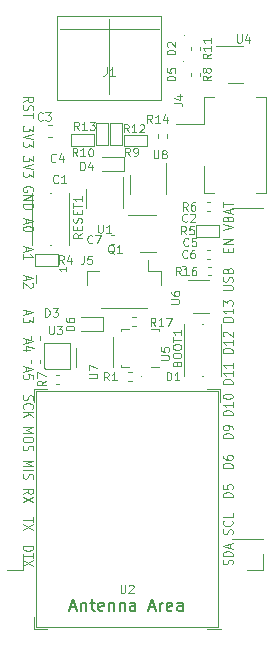
<source format=gbr>
%TF.GenerationSoftware,KiCad,Pcbnew,(6.0.4-0)*%
%TF.CreationDate,2022-09-22T13:53:57+02:00*%
%TF.ProjectId,ESP32_S2_MINI_1,45535033-325f-4533-925f-4d494e495f31,rev?*%
%TF.SameCoordinates,Original*%
%TF.FileFunction,Legend,Top*%
%TF.FilePolarity,Positive*%
%FSLAX46Y46*%
G04 Gerber Fmt 4.6, Leading zero omitted, Abs format (unit mm)*
G04 Created by KiCad (PCBNEW (6.0.4-0)) date 2022-09-22 13:53:57*
%MOMM*%
%LPD*%
G01*
G04 APERTURE LIST*
%ADD10C,0.100000*%
%ADD11C,0.150000*%
%ADD12C,0.020000*%
%ADD13C,0.120000*%
%ADD14C,0.050000*%
G04 APERTURE END LIST*
D10*
X184215476Y-63357857D02*
X184620238Y-63117857D01*
X184215476Y-62946428D02*
X185065476Y-62946428D01*
X185065476Y-63220714D01*
X185025000Y-63289285D01*
X184984523Y-63323571D01*
X184903571Y-63357857D01*
X184782142Y-63357857D01*
X184701190Y-63323571D01*
X184660714Y-63289285D01*
X184620238Y-63220714D01*
X184620238Y-62946428D01*
X184255952Y-63632142D02*
X184215476Y-63735000D01*
X184215476Y-63906428D01*
X184255952Y-63975000D01*
X184296428Y-64009285D01*
X184377380Y-64043571D01*
X184458333Y-64043571D01*
X184539285Y-64009285D01*
X184579761Y-63975000D01*
X184620238Y-63906428D01*
X184660714Y-63769285D01*
X184701190Y-63700714D01*
X184741666Y-63666428D01*
X184822619Y-63632142D01*
X184903571Y-63632142D01*
X184984523Y-63666428D01*
X185025000Y-63700714D01*
X185065476Y-63769285D01*
X185065476Y-63940714D01*
X185025000Y-64043571D01*
X185065476Y-64249285D02*
X185065476Y-64660714D01*
X184215476Y-64455000D02*
X185065476Y-64455000D01*
X185065476Y-65380714D02*
X185065476Y-65826428D01*
X184741666Y-65586428D01*
X184741666Y-65689285D01*
X184701190Y-65757857D01*
X184660714Y-65792142D01*
X184579761Y-65826428D01*
X184377380Y-65826428D01*
X184296428Y-65792142D01*
X184255952Y-65757857D01*
X184215476Y-65689285D01*
X184215476Y-65483571D01*
X184255952Y-65415000D01*
X184296428Y-65380714D01*
X185065476Y-66032142D02*
X184215476Y-66272142D01*
X185065476Y-66512142D01*
X185065476Y-66683571D02*
X185065476Y-67129285D01*
X184741666Y-66889285D01*
X184741666Y-66992142D01*
X184701190Y-67060714D01*
X184660714Y-67095000D01*
X184579761Y-67129285D01*
X184377380Y-67129285D01*
X184296428Y-67095000D01*
X184255952Y-67060714D01*
X184215476Y-66992142D01*
X184215476Y-66786428D01*
X184255952Y-66717857D01*
X184296428Y-66683571D01*
X185065476Y-67917857D02*
X185065476Y-68363571D01*
X184741666Y-68123571D01*
X184741666Y-68226428D01*
X184701190Y-68295000D01*
X184660714Y-68329285D01*
X184579761Y-68363571D01*
X184377380Y-68363571D01*
X184296428Y-68329285D01*
X184255952Y-68295000D01*
X184215476Y-68226428D01*
X184215476Y-68020714D01*
X184255952Y-67952142D01*
X184296428Y-67917857D01*
X185065476Y-68569285D02*
X184215476Y-68809285D01*
X185065476Y-69049285D01*
X185065476Y-69220714D02*
X185065476Y-69666428D01*
X184741666Y-69426428D01*
X184741666Y-69529285D01*
X184701190Y-69597857D01*
X184660714Y-69632142D01*
X184579761Y-69666428D01*
X184377380Y-69666428D01*
X184296428Y-69632142D01*
X184255952Y-69597857D01*
X184215476Y-69529285D01*
X184215476Y-69323571D01*
X184255952Y-69255000D01*
X184296428Y-69220714D01*
X185025000Y-70900714D02*
X185065476Y-70832142D01*
X185065476Y-70729285D01*
X185025000Y-70626428D01*
X184944047Y-70557857D01*
X184863095Y-70523571D01*
X184701190Y-70489285D01*
X184579761Y-70489285D01*
X184417857Y-70523571D01*
X184336904Y-70557857D01*
X184255952Y-70626428D01*
X184215476Y-70729285D01*
X184215476Y-70797857D01*
X184255952Y-70900714D01*
X184296428Y-70935000D01*
X184579761Y-70935000D01*
X184579761Y-70797857D01*
X184215476Y-71243571D02*
X185065476Y-71243571D01*
X184215476Y-71655000D01*
X185065476Y-71655000D01*
X184215476Y-71997857D02*
X185065476Y-71997857D01*
X185065476Y-72169285D01*
X185025000Y-72272142D01*
X184944047Y-72340714D01*
X184863095Y-72375000D01*
X184701190Y-72409285D01*
X184579761Y-72409285D01*
X184417857Y-72375000D01*
X184336904Y-72340714D01*
X184255952Y-72272142D01*
X184215476Y-72169285D01*
X184215476Y-71997857D01*
X184458333Y-73232142D02*
X184458333Y-73575000D01*
X184215476Y-73163571D02*
X185065476Y-73403571D01*
X184215476Y-73643571D01*
X185065476Y-74020714D02*
X185065476Y-74089285D01*
X185025000Y-74157857D01*
X184984523Y-74192142D01*
X184903571Y-74226428D01*
X184741666Y-74260714D01*
X184539285Y-74260714D01*
X184377380Y-74226428D01*
X184296428Y-74192142D01*
X184255952Y-74157857D01*
X184215476Y-74089285D01*
X184215476Y-74020714D01*
X184255952Y-73952142D01*
X184296428Y-73917857D01*
X184377380Y-73883571D01*
X184539285Y-73849285D01*
X184741666Y-73849285D01*
X184903571Y-73883571D01*
X184984523Y-73917857D01*
X185025000Y-73952142D01*
X185065476Y-74020714D01*
X184458333Y-75632142D02*
X184458333Y-75975000D01*
X184215476Y-75563571D02*
X185065476Y-75803571D01*
X184215476Y-76043571D01*
X184215476Y-76660714D02*
X184215476Y-76249285D01*
X184215476Y-76455000D02*
X185065476Y-76455000D01*
X184944047Y-76386428D01*
X184863095Y-76317857D01*
X184822619Y-76249285D01*
X184458333Y-78032142D02*
X184458333Y-78375000D01*
X184215476Y-77963571D02*
X185065476Y-78203571D01*
X184215476Y-78443571D01*
X184984523Y-78649285D02*
X185025000Y-78683571D01*
X185065476Y-78752142D01*
X185065476Y-78923571D01*
X185025000Y-78992142D01*
X184984523Y-79026428D01*
X184903571Y-79060714D01*
X184822619Y-79060714D01*
X184701190Y-79026428D01*
X184215476Y-78615000D01*
X184215476Y-79060714D01*
X184458333Y-80980714D02*
X184458333Y-81323571D01*
X184215476Y-80912142D02*
X185065476Y-81152142D01*
X184215476Y-81392142D01*
X185065476Y-81563571D02*
X185065476Y-82009285D01*
X184741666Y-81769285D01*
X184741666Y-81872142D01*
X184701190Y-81940714D01*
X184660714Y-81975000D01*
X184579761Y-82009285D01*
X184377380Y-82009285D01*
X184296428Y-81975000D01*
X184255952Y-81940714D01*
X184215476Y-81872142D01*
X184215476Y-81666428D01*
X184255952Y-81597857D01*
X184296428Y-81563571D01*
X184458333Y-83380714D02*
X184458333Y-83723571D01*
X184215476Y-83312142D02*
X185065476Y-83552142D01*
X184215476Y-83792142D01*
X184782142Y-84340714D02*
X184215476Y-84340714D01*
X185105952Y-84169285D02*
X184498809Y-83997857D01*
X184498809Y-84443571D01*
X184458333Y-85780714D02*
X184458333Y-86123571D01*
X184215476Y-85712142D02*
X185065476Y-85952142D01*
X184215476Y-86192142D01*
X185065476Y-86775000D02*
X185065476Y-86432142D01*
X184660714Y-86397857D01*
X184701190Y-86432142D01*
X184741666Y-86500714D01*
X184741666Y-86672142D01*
X184701190Y-86740714D01*
X184660714Y-86775000D01*
X184579761Y-86809285D01*
X184377380Y-86809285D01*
X184296428Y-86775000D01*
X184255952Y-86740714D01*
X184215476Y-86672142D01*
X184215476Y-86500714D01*
X184255952Y-86432142D01*
X184296428Y-86397857D01*
X184255952Y-88180714D02*
X184215476Y-88283571D01*
X184215476Y-88455000D01*
X184255952Y-88523571D01*
X184296428Y-88557857D01*
X184377380Y-88592142D01*
X184458333Y-88592142D01*
X184539285Y-88557857D01*
X184579761Y-88523571D01*
X184620238Y-88455000D01*
X184660714Y-88317857D01*
X184701190Y-88249285D01*
X184741666Y-88215000D01*
X184822619Y-88180714D01*
X184903571Y-88180714D01*
X184984523Y-88215000D01*
X185025000Y-88249285D01*
X185065476Y-88317857D01*
X185065476Y-88489285D01*
X185025000Y-88592142D01*
X184296428Y-89312142D02*
X184255952Y-89277857D01*
X184215476Y-89175000D01*
X184215476Y-89106428D01*
X184255952Y-89003571D01*
X184336904Y-88935000D01*
X184417857Y-88900714D01*
X184579761Y-88866428D01*
X184701190Y-88866428D01*
X184863095Y-88900714D01*
X184944047Y-88935000D01*
X185025000Y-89003571D01*
X185065476Y-89106428D01*
X185065476Y-89175000D01*
X185025000Y-89277857D01*
X184984523Y-89312142D01*
X184215476Y-89620714D02*
X185065476Y-89620714D01*
X184215476Y-90032142D02*
X184701190Y-89723571D01*
X185065476Y-90032142D02*
X184579761Y-89620714D01*
X184215476Y-90889285D02*
X185065476Y-90889285D01*
X184458333Y-91129285D01*
X185065476Y-91369285D01*
X184215476Y-91369285D01*
X185065476Y-91849285D02*
X185065476Y-91986428D01*
X185025000Y-92055000D01*
X184944047Y-92123571D01*
X184782142Y-92157857D01*
X184498809Y-92157857D01*
X184336904Y-92123571D01*
X184255952Y-92055000D01*
X184215476Y-91986428D01*
X184215476Y-91849285D01*
X184255952Y-91780714D01*
X184336904Y-91712142D01*
X184498809Y-91677857D01*
X184782142Y-91677857D01*
X184944047Y-91712142D01*
X185025000Y-91780714D01*
X185065476Y-91849285D01*
X184255952Y-92432142D02*
X184215476Y-92535000D01*
X184215476Y-92706428D01*
X184255952Y-92775000D01*
X184296428Y-92809285D01*
X184377380Y-92843571D01*
X184458333Y-92843571D01*
X184539285Y-92809285D01*
X184579761Y-92775000D01*
X184620238Y-92706428D01*
X184660714Y-92569285D01*
X184701190Y-92500714D01*
X184741666Y-92466428D01*
X184822619Y-92432142D01*
X184903571Y-92432142D01*
X184984523Y-92466428D01*
X185025000Y-92500714D01*
X185065476Y-92569285D01*
X185065476Y-92740714D01*
X185025000Y-92843571D01*
X184215476Y-93700714D02*
X185065476Y-93700714D01*
X184458333Y-93940714D01*
X185065476Y-94180714D01*
X184215476Y-94180714D01*
X184215476Y-94523571D02*
X185065476Y-94523571D01*
X184255952Y-94832142D02*
X184215476Y-94935000D01*
X184215476Y-95106428D01*
X184255952Y-95175000D01*
X184296428Y-95209285D01*
X184377380Y-95243571D01*
X184458333Y-95243571D01*
X184539285Y-95209285D01*
X184579761Y-95175000D01*
X184620238Y-95106428D01*
X184660714Y-94969285D01*
X184701190Y-94900714D01*
X184741666Y-94866428D01*
X184822619Y-94832142D01*
X184903571Y-94832142D01*
X184984523Y-94866428D01*
X185025000Y-94900714D01*
X185065476Y-94969285D01*
X185065476Y-95140714D01*
X185025000Y-95243571D01*
X184215476Y-96512142D02*
X184620238Y-96272142D01*
X184215476Y-96100714D02*
X185065476Y-96100714D01*
X185065476Y-96375000D01*
X185025000Y-96443571D01*
X184984523Y-96477857D01*
X184903571Y-96512142D01*
X184782142Y-96512142D01*
X184701190Y-96477857D01*
X184660714Y-96443571D01*
X184620238Y-96375000D01*
X184620238Y-96100714D01*
X185065476Y-96752142D02*
X184215476Y-97232142D01*
X185065476Y-97232142D02*
X184215476Y-96752142D01*
X185065476Y-98500714D02*
X185065476Y-98912142D01*
X184215476Y-98706428D02*
X185065476Y-98706428D01*
X185065476Y-99083571D02*
X184215476Y-99563571D01*
X185065476Y-99563571D02*
X184215476Y-99083571D01*
X184215476Y-100935000D02*
X185065476Y-100935000D01*
X185065476Y-101106428D01*
X185025000Y-101209285D01*
X184944047Y-101277857D01*
X184863095Y-101312142D01*
X184701190Y-101346428D01*
X184579761Y-101346428D01*
X184417857Y-101312142D01*
X184336904Y-101277857D01*
X184255952Y-101209285D01*
X184215476Y-101106428D01*
X184215476Y-100935000D01*
X185065476Y-101552142D02*
X185065476Y-101963571D01*
X184215476Y-101757857D02*
X185065476Y-101757857D01*
X185065476Y-102135000D02*
X184215476Y-102615000D01*
X185065476Y-102615000D02*
X184215476Y-102135000D01*
X201944047Y-102497857D02*
X201984523Y-102395000D01*
X201984523Y-102223571D01*
X201944047Y-102155000D01*
X201903571Y-102120714D01*
X201822619Y-102086428D01*
X201741666Y-102086428D01*
X201660714Y-102120714D01*
X201620238Y-102155000D01*
X201579761Y-102223571D01*
X201539285Y-102360714D01*
X201498809Y-102429285D01*
X201458333Y-102463571D01*
X201377380Y-102497857D01*
X201296428Y-102497857D01*
X201215476Y-102463571D01*
X201175000Y-102429285D01*
X201134523Y-102360714D01*
X201134523Y-102189285D01*
X201175000Y-102086428D01*
X201984523Y-101777857D02*
X201134523Y-101777857D01*
X201134523Y-101606428D01*
X201175000Y-101503571D01*
X201255952Y-101435000D01*
X201336904Y-101400714D01*
X201498809Y-101366428D01*
X201620238Y-101366428D01*
X201782142Y-101400714D01*
X201863095Y-101435000D01*
X201944047Y-101503571D01*
X201984523Y-101606428D01*
X201984523Y-101777857D01*
X201741666Y-101092142D02*
X201741666Y-100749285D01*
X201984523Y-101160714D02*
X201134523Y-100920714D01*
X201984523Y-100680714D01*
X201944047Y-99926428D02*
X201984523Y-99823571D01*
X201984523Y-99652142D01*
X201944047Y-99583571D01*
X201903571Y-99549285D01*
X201822619Y-99515000D01*
X201741666Y-99515000D01*
X201660714Y-99549285D01*
X201620238Y-99583571D01*
X201579761Y-99652142D01*
X201539285Y-99789285D01*
X201498809Y-99857857D01*
X201458333Y-99892142D01*
X201377380Y-99926428D01*
X201296428Y-99926428D01*
X201215476Y-99892142D01*
X201175000Y-99857857D01*
X201134523Y-99789285D01*
X201134523Y-99617857D01*
X201175000Y-99515000D01*
X201903571Y-98795000D02*
X201944047Y-98829285D01*
X201984523Y-98932142D01*
X201984523Y-99000714D01*
X201944047Y-99103571D01*
X201863095Y-99172142D01*
X201782142Y-99206428D01*
X201620238Y-99240714D01*
X201498809Y-99240714D01*
X201336904Y-99206428D01*
X201255952Y-99172142D01*
X201175000Y-99103571D01*
X201134523Y-99000714D01*
X201134523Y-98932142D01*
X201175000Y-98829285D01*
X201215476Y-98795000D01*
X201984523Y-98143571D02*
X201984523Y-98486428D01*
X201134523Y-98486428D01*
X201984523Y-96806428D02*
X201134523Y-96806428D01*
X201134523Y-96635000D01*
X201175000Y-96532142D01*
X201255952Y-96463571D01*
X201336904Y-96429285D01*
X201498809Y-96395000D01*
X201620238Y-96395000D01*
X201782142Y-96429285D01*
X201863095Y-96463571D01*
X201944047Y-96532142D01*
X201984523Y-96635000D01*
X201984523Y-96806428D01*
X201134523Y-95743571D02*
X201134523Y-96086428D01*
X201539285Y-96120714D01*
X201498809Y-96086428D01*
X201458333Y-96017857D01*
X201458333Y-95846428D01*
X201498809Y-95777857D01*
X201539285Y-95743571D01*
X201620238Y-95709285D01*
X201822619Y-95709285D01*
X201903571Y-95743571D01*
X201944047Y-95777857D01*
X201984523Y-95846428D01*
X201984523Y-96017857D01*
X201944047Y-96086428D01*
X201903571Y-96120714D01*
X201984523Y-94303571D02*
X201134523Y-94303571D01*
X201134523Y-94132142D01*
X201175000Y-94029285D01*
X201255952Y-93960714D01*
X201336904Y-93926428D01*
X201498809Y-93892142D01*
X201620238Y-93892142D01*
X201782142Y-93926428D01*
X201863095Y-93960714D01*
X201944047Y-94029285D01*
X201984523Y-94132142D01*
X201984523Y-94303571D01*
X201134523Y-93275000D02*
X201134523Y-93412142D01*
X201175000Y-93480714D01*
X201215476Y-93515000D01*
X201336904Y-93583571D01*
X201498809Y-93617857D01*
X201822619Y-93617857D01*
X201903571Y-93583571D01*
X201944047Y-93549285D01*
X201984523Y-93480714D01*
X201984523Y-93343571D01*
X201944047Y-93275000D01*
X201903571Y-93240714D01*
X201822619Y-93206428D01*
X201620238Y-93206428D01*
X201539285Y-93240714D01*
X201498809Y-93275000D01*
X201458333Y-93343571D01*
X201458333Y-93480714D01*
X201498809Y-93549285D01*
X201539285Y-93583571D01*
X201620238Y-93617857D01*
X201984523Y-91800714D02*
X201134523Y-91800714D01*
X201134523Y-91629285D01*
X201175000Y-91526428D01*
X201255952Y-91457857D01*
X201336904Y-91423571D01*
X201498809Y-91389285D01*
X201620238Y-91389285D01*
X201782142Y-91423571D01*
X201863095Y-91457857D01*
X201944047Y-91526428D01*
X201984523Y-91629285D01*
X201984523Y-91800714D01*
X201984523Y-91046428D02*
X201984523Y-90909285D01*
X201944047Y-90840714D01*
X201903571Y-90806428D01*
X201782142Y-90737857D01*
X201620238Y-90703571D01*
X201296428Y-90703571D01*
X201215476Y-90737857D01*
X201175000Y-90772142D01*
X201134523Y-90840714D01*
X201134523Y-90977857D01*
X201175000Y-91046428D01*
X201215476Y-91080714D01*
X201296428Y-91115000D01*
X201498809Y-91115000D01*
X201579761Y-91080714D01*
X201620238Y-91046428D01*
X201660714Y-90977857D01*
X201660714Y-90840714D01*
X201620238Y-90772142D01*
X201579761Y-90737857D01*
X201498809Y-90703571D01*
X201984523Y-89846428D02*
X201134523Y-89846428D01*
X201134523Y-89675000D01*
X201175000Y-89572142D01*
X201255952Y-89503571D01*
X201336904Y-89469285D01*
X201498809Y-89435000D01*
X201620238Y-89435000D01*
X201782142Y-89469285D01*
X201863095Y-89503571D01*
X201944047Y-89572142D01*
X201984523Y-89675000D01*
X201984523Y-89846428D01*
X201984523Y-88749285D02*
X201984523Y-89160714D01*
X201984523Y-88955000D02*
X201134523Y-88955000D01*
X201255952Y-89023571D01*
X201336904Y-89092142D01*
X201377380Y-89160714D01*
X201134523Y-88303571D02*
X201134523Y-88235000D01*
X201175000Y-88166428D01*
X201215476Y-88132142D01*
X201296428Y-88097857D01*
X201458333Y-88063571D01*
X201660714Y-88063571D01*
X201822619Y-88097857D01*
X201903571Y-88132142D01*
X201944047Y-88166428D01*
X201984523Y-88235000D01*
X201984523Y-88303571D01*
X201944047Y-88372142D01*
X201903571Y-88406428D01*
X201822619Y-88440714D01*
X201660714Y-88475000D01*
X201458333Y-88475000D01*
X201296428Y-88440714D01*
X201215476Y-88406428D01*
X201175000Y-88372142D01*
X201134523Y-88303571D01*
X201984523Y-87206428D02*
X201134523Y-87206428D01*
X201134523Y-87035000D01*
X201175000Y-86932142D01*
X201255952Y-86863571D01*
X201336904Y-86829285D01*
X201498809Y-86795000D01*
X201620238Y-86795000D01*
X201782142Y-86829285D01*
X201863095Y-86863571D01*
X201944047Y-86932142D01*
X201984523Y-87035000D01*
X201984523Y-87206428D01*
X201984523Y-86109285D02*
X201984523Y-86520714D01*
X201984523Y-86315000D02*
X201134523Y-86315000D01*
X201255952Y-86383571D01*
X201336904Y-86452142D01*
X201377380Y-86520714D01*
X201984523Y-85423571D02*
X201984523Y-85835000D01*
X201984523Y-85629285D02*
X201134523Y-85629285D01*
X201255952Y-85697857D01*
X201336904Y-85766428D01*
X201377380Y-85835000D01*
X201984523Y-84566428D02*
X201134523Y-84566428D01*
X201134523Y-84395000D01*
X201175000Y-84292142D01*
X201255952Y-84223571D01*
X201336904Y-84189285D01*
X201498809Y-84155000D01*
X201620238Y-84155000D01*
X201782142Y-84189285D01*
X201863095Y-84223571D01*
X201944047Y-84292142D01*
X201984523Y-84395000D01*
X201984523Y-84566428D01*
X201984523Y-83469285D02*
X201984523Y-83880714D01*
X201984523Y-83675000D02*
X201134523Y-83675000D01*
X201255952Y-83743571D01*
X201336904Y-83812142D01*
X201377380Y-83880714D01*
X201215476Y-83195000D02*
X201175000Y-83160714D01*
X201134523Y-83092142D01*
X201134523Y-82920714D01*
X201175000Y-82852142D01*
X201215476Y-82817857D01*
X201296428Y-82783571D01*
X201377380Y-82783571D01*
X201498809Y-82817857D01*
X201984523Y-83229285D01*
X201984523Y-82783571D01*
X201984523Y-81926428D02*
X201134523Y-81926428D01*
X201134523Y-81755000D01*
X201175000Y-81652142D01*
X201255952Y-81583571D01*
X201336904Y-81549285D01*
X201498809Y-81515000D01*
X201620238Y-81515000D01*
X201782142Y-81549285D01*
X201863095Y-81583571D01*
X201944047Y-81652142D01*
X201984523Y-81755000D01*
X201984523Y-81926428D01*
X201984523Y-80829285D02*
X201984523Y-81240714D01*
X201984523Y-81035000D02*
X201134523Y-81035000D01*
X201255952Y-81103571D01*
X201336904Y-81172142D01*
X201377380Y-81240714D01*
X201134523Y-80589285D02*
X201134523Y-80143571D01*
X201458333Y-80383571D01*
X201458333Y-80280714D01*
X201498809Y-80212142D01*
X201539285Y-80177857D01*
X201620238Y-80143571D01*
X201822619Y-80143571D01*
X201903571Y-80177857D01*
X201944047Y-80212142D01*
X201984523Y-80280714D01*
X201984523Y-80486428D01*
X201944047Y-80555000D01*
X201903571Y-80589285D01*
X201134523Y-79286428D02*
X201822619Y-79286428D01*
X201903571Y-79252142D01*
X201944047Y-79217857D01*
X201984523Y-79149285D01*
X201984523Y-79012142D01*
X201944047Y-78943571D01*
X201903571Y-78909285D01*
X201822619Y-78875000D01*
X201134523Y-78875000D01*
X201944047Y-78566428D02*
X201984523Y-78463571D01*
X201984523Y-78292142D01*
X201944047Y-78223571D01*
X201903571Y-78189285D01*
X201822619Y-78155000D01*
X201741666Y-78155000D01*
X201660714Y-78189285D01*
X201620238Y-78223571D01*
X201579761Y-78292142D01*
X201539285Y-78429285D01*
X201498809Y-78497857D01*
X201458333Y-78532142D01*
X201377380Y-78566428D01*
X201296428Y-78566428D01*
X201215476Y-78532142D01*
X201175000Y-78497857D01*
X201134523Y-78429285D01*
X201134523Y-78257857D01*
X201175000Y-78155000D01*
X201539285Y-77606428D02*
X201579761Y-77503571D01*
X201620238Y-77469285D01*
X201701190Y-77435000D01*
X201822619Y-77435000D01*
X201903571Y-77469285D01*
X201944047Y-77503571D01*
X201984523Y-77572142D01*
X201984523Y-77846428D01*
X201134523Y-77846428D01*
X201134523Y-77606428D01*
X201175000Y-77537857D01*
X201215476Y-77503571D01*
X201296428Y-77469285D01*
X201377380Y-77469285D01*
X201458333Y-77503571D01*
X201498809Y-77537857D01*
X201539285Y-77606428D01*
X201539285Y-77846428D01*
X201539285Y-76029285D02*
X201539285Y-75789285D01*
X201984523Y-75686428D02*
X201984523Y-76029285D01*
X201134523Y-76029285D01*
X201134523Y-75686428D01*
X201984523Y-75377857D02*
X201134523Y-75377857D01*
X201984523Y-74966428D01*
X201134523Y-74966428D01*
X201134523Y-74177857D02*
X201984523Y-73937857D01*
X201134523Y-73697857D01*
X201539285Y-73217857D02*
X201579761Y-73115000D01*
X201620238Y-73080714D01*
X201701190Y-73046428D01*
X201822619Y-73046428D01*
X201903571Y-73080714D01*
X201944047Y-73115000D01*
X201984523Y-73183571D01*
X201984523Y-73457857D01*
X201134523Y-73457857D01*
X201134523Y-73217857D01*
X201175000Y-73149285D01*
X201215476Y-73115000D01*
X201296428Y-73080714D01*
X201377380Y-73080714D01*
X201458333Y-73115000D01*
X201498809Y-73149285D01*
X201539285Y-73217857D01*
X201539285Y-73457857D01*
X201741666Y-72772142D02*
X201741666Y-72429285D01*
X201984523Y-72840714D02*
X201134523Y-72600714D01*
X201984523Y-72360714D01*
X201134523Y-72223571D02*
X201134523Y-71812142D01*
X201984523Y-72017857D02*
X201134523Y-72017857D01*
%TO.C,J1*%
X191286698Y-60411934D02*
X191286698Y-60911934D01*
X191253365Y-61011934D01*
X191186698Y-61078601D01*
X191086698Y-61111934D01*
X191020032Y-61111934D01*
X191986698Y-61111934D02*
X191586698Y-61111934D01*
X191786698Y-61111934D02*
X191786698Y-60411934D01*
X191720032Y-60511934D01*
X191653365Y-60578601D01*
X191586698Y-60611934D01*
%TO.C,D4*%
X189083333Y-69116666D02*
X189083333Y-68416666D01*
X189250000Y-68416666D01*
X189350000Y-68450000D01*
X189416666Y-68516666D01*
X189450000Y-68583333D01*
X189483333Y-68716666D01*
X189483333Y-68816666D01*
X189450000Y-68950000D01*
X189416666Y-69016666D01*
X189350000Y-69083333D01*
X189250000Y-69116666D01*
X189083333Y-69116666D01*
X190083333Y-68650000D02*
X190083333Y-69116666D01*
X189916666Y-68383333D02*
X189750000Y-68883333D01*
X190183333Y-68883333D01*
%TO.C,C5*%
X198228333Y-75490000D02*
X198195000Y-75523333D01*
X198095000Y-75556666D01*
X198028333Y-75556666D01*
X197928333Y-75523333D01*
X197861666Y-75456666D01*
X197828333Y-75390000D01*
X197795000Y-75256666D01*
X197795000Y-75156666D01*
X197828333Y-75023333D01*
X197861666Y-74956666D01*
X197928333Y-74890000D01*
X198028333Y-74856666D01*
X198095000Y-74856666D01*
X198195000Y-74890000D01*
X198228333Y-74923333D01*
X198861666Y-74856666D02*
X198528333Y-74856666D01*
X198495000Y-75190000D01*
X198528333Y-75156666D01*
X198595000Y-75123333D01*
X198761666Y-75123333D01*
X198828333Y-75156666D01*
X198861666Y-75190000D01*
X198895000Y-75256666D01*
X198895000Y-75423333D01*
X198861666Y-75490000D01*
X198828333Y-75523333D01*
X198761666Y-75556666D01*
X198595000Y-75556666D01*
X198528333Y-75523333D01*
X198495000Y-75490000D01*
%TO.C,U2*%
X192473719Y-104216666D02*
X192473719Y-104783333D01*
X192507053Y-104850000D01*
X192540386Y-104883333D01*
X192607053Y-104916666D01*
X192740386Y-104916666D01*
X192807053Y-104883333D01*
X192840386Y-104850000D01*
X192873719Y-104783333D01*
X192873719Y-104216666D01*
X193173719Y-104283333D02*
X193207053Y-104250000D01*
X193273719Y-104216666D01*
X193440386Y-104216666D01*
X193507053Y-104250000D01*
X193540386Y-104283333D01*
X193573719Y-104350000D01*
X193573719Y-104416666D01*
X193540386Y-104516666D01*
X193140386Y-104916666D01*
X193573719Y-104916666D01*
D11*
X188245148Y-106121123D02*
X188721338Y-106121123D01*
X188149910Y-106406837D02*
X188483243Y-105406837D01*
X188816576Y-106406837D01*
X189149910Y-105740171D02*
X189149910Y-106406837D01*
X189149910Y-105835409D02*
X189197529Y-105787790D01*
X189292767Y-105740171D01*
X189435624Y-105740171D01*
X189530862Y-105787790D01*
X189578481Y-105883028D01*
X189578481Y-106406837D01*
X189911814Y-105740171D02*
X190292767Y-105740171D01*
X190054672Y-105406837D02*
X190054672Y-106263980D01*
X190102291Y-106359218D01*
X190197529Y-106406837D01*
X190292767Y-106406837D01*
X191007053Y-106359218D02*
X190911814Y-106406837D01*
X190721338Y-106406837D01*
X190626100Y-106359218D01*
X190578481Y-106263980D01*
X190578481Y-105883028D01*
X190626100Y-105787790D01*
X190721338Y-105740171D01*
X190911814Y-105740171D01*
X191007053Y-105787790D01*
X191054672Y-105883028D01*
X191054672Y-105978266D01*
X190578481Y-106073504D01*
X191483243Y-105740171D02*
X191483243Y-106406837D01*
X191483243Y-105835409D02*
X191530862Y-105787790D01*
X191626100Y-105740171D01*
X191768957Y-105740171D01*
X191864195Y-105787790D01*
X191911814Y-105883028D01*
X191911814Y-106406837D01*
X192388005Y-105740171D02*
X192388005Y-106406837D01*
X192388005Y-105835409D02*
X192435624Y-105787790D01*
X192530862Y-105740171D01*
X192673719Y-105740171D01*
X192768957Y-105787790D01*
X192816576Y-105883028D01*
X192816576Y-106406837D01*
X193721338Y-106406837D02*
X193721338Y-105883028D01*
X193673719Y-105787790D01*
X193578481Y-105740171D01*
X193388005Y-105740171D01*
X193292767Y-105787790D01*
X193721338Y-106359218D02*
X193626100Y-106406837D01*
X193388005Y-106406837D01*
X193292767Y-106359218D01*
X193245148Y-106263980D01*
X193245148Y-106168742D01*
X193292767Y-106073504D01*
X193388005Y-106025885D01*
X193626100Y-106025885D01*
X193721338Y-105978266D01*
X194911814Y-106121123D02*
X195388005Y-106121123D01*
X194816576Y-106406837D02*
X195149910Y-105406837D01*
X195483243Y-106406837D01*
X195816576Y-106406837D02*
X195816576Y-105740171D01*
X195816576Y-105930647D02*
X195864195Y-105835409D01*
X195911814Y-105787790D01*
X196007053Y-105740171D01*
X196102291Y-105740171D01*
X196816576Y-106359218D02*
X196721338Y-106406837D01*
X196530862Y-106406837D01*
X196435624Y-106359218D01*
X196388005Y-106263980D01*
X196388005Y-105883028D01*
X196435624Y-105787790D01*
X196530862Y-105740171D01*
X196721338Y-105740171D01*
X196816576Y-105787790D01*
X196864195Y-105883028D01*
X196864195Y-105978266D01*
X196388005Y-106073504D01*
X197721338Y-106406837D02*
X197721338Y-105883028D01*
X197673719Y-105787790D01*
X197578481Y-105740171D01*
X197388005Y-105740171D01*
X197292767Y-105787790D01*
X197721338Y-106359218D02*
X197626100Y-106406837D01*
X197388005Y-106406837D01*
X197292767Y-106359218D01*
X197245148Y-106263980D01*
X197245148Y-106168742D01*
X197292767Y-106073504D01*
X197388005Y-106025885D01*
X197626100Y-106025885D01*
X197721338Y-105978266D01*
D10*
%TO.C,C2*%
X198113333Y-73420000D02*
X198080000Y-73453333D01*
X197980000Y-73486666D01*
X197913333Y-73486666D01*
X197813333Y-73453333D01*
X197746666Y-73386666D01*
X197713333Y-73320000D01*
X197680000Y-73186666D01*
X197680000Y-73086666D01*
X197713333Y-72953333D01*
X197746666Y-72886666D01*
X197813333Y-72820000D01*
X197913333Y-72786666D01*
X197980000Y-72786666D01*
X198080000Y-72820000D01*
X198113333Y-72853333D01*
X198380000Y-72853333D02*
X198413333Y-72820000D01*
X198480000Y-72786666D01*
X198646666Y-72786666D01*
X198713333Y-72820000D01*
X198746666Y-72853333D01*
X198780000Y-72920000D01*
X198780000Y-72986666D01*
X198746666Y-73086666D01*
X198346666Y-73486666D01*
X198780000Y-73486666D01*
%TO.C,C7*%
X190083333Y-75250000D02*
X190050000Y-75283333D01*
X189950000Y-75316666D01*
X189883333Y-75316666D01*
X189783333Y-75283333D01*
X189716666Y-75216666D01*
X189683333Y-75150000D01*
X189650000Y-75016666D01*
X189650000Y-74916666D01*
X189683333Y-74783333D01*
X189716666Y-74716666D01*
X189783333Y-74650000D01*
X189883333Y-74616666D01*
X189950000Y-74616666D01*
X190050000Y-74650000D01*
X190083333Y-74683333D01*
X190316666Y-74616666D02*
X190783333Y-74616666D01*
X190483333Y-75316666D01*
%TO.C,R11*%
X200116666Y-59250000D02*
X199783333Y-59483333D01*
X200116666Y-59650000D02*
X199416666Y-59650000D01*
X199416666Y-59383333D01*
X199450000Y-59316666D01*
X199483333Y-59283333D01*
X199550000Y-59250000D01*
X199650000Y-59250000D01*
X199716666Y-59283333D01*
X199750000Y-59316666D01*
X199783333Y-59383333D01*
X199783333Y-59650000D01*
X200116666Y-58583333D02*
X200116666Y-58983333D01*
X200116666Y-58783333D02*
X199416666Y-58783333D01*
X199516666Y-58850000D01*
X199583333Y-58916666D01*
X199616666Y-58983333D01*
X200116666Y-57916666D02*
X200116666Y-58316666D01*
X200116666Y-58116666D02*
X199416666Y-58116666D01*
X199516666Y-58183333D01*
X199583333Y-58250000D01*
X199616666Y-58316666D01*
%TO.C,R13*%
X188950000Y-65716666D02*
X188716666Y-65383333D01*
X188550000Y-65716666D02*
X188550000Y-65016666D01*
X188816666Y-65016666D01*
X188883333Y-65050000D01*
X188916666Y-65083333D01*
X188950000Y-65150000D01*
X188950000Y-65250000D01*
X188916666Y-65316666D01*
X188883333Y-65350000D01*
X188816666Y-65383333D01*
X188550000Y-65383333D01*
X189616666Y-65716666D02*
X189216666Y-65716666D01*
X189416666Y-65716666D02*
X189416666Y-65016666D01*
X189350000Y-65116666D01*
X189283333Y-65183333D01*
X189216666Y-65216666D01*
X189850000Y-65016666D02*
X190283333Y-65016666D01*
X190050000Y-65283333D01*
X190150000Y-65283333D01*
X190216666Y-65316666D01*
X190250000Y-65350000D01*
X190283333Y-65416666D01*
X190283333Y-65583333D01*
X190250000Y-65650000D01*
X190216666Y-65683333D01*
X190150000Y-65716666D01*
X189950000Y-65716666D01*
X189883333Y-65683333D01*
X189850000Y-65650000D01*
%TO.C,U7*%
X189816666Y-86733333D02*
X190383333Y-86733333D01*
X190450000Y-86700000D01*
X190483333Y-86666666D01*
X190516666Y-86600000D01*
X190516666Y-86466666D01*
X190483333Y-86400000D01*
X190450000Y-86366666D01*
X190383333Y-86333333D01*
X189816666Y-86333333D01*
X189816666Y-86066666D02*
X189816666Y-85600000D01*
X190516666Y-85900000D01*
%TO.C,R7*%
X186136666Y-86926666D02*
X185803333Y-87160000D01*
X186136666Y-87326666D02*
X185436666Y-87326666D01*
X185436666Y-87060000D01*
X185470000Y-86993333D01*
X185503333Y-86960000D01*
X185570000Y-86926666D01*
X185670000Y-86926666D01*
X185736666Y-86960000D01*
X185770000Y-86993333D01*
X185803333Y-87060000D01*
X185803333Y-87326666D01*
X185436666Y-86693333D02*
X185436666Y-86226666D01*
X186136666Y-86526666D01*
%TO.C,U5*%
X195896666Y-85193333D02*
X196463333Y-85193333D01*
X196530000Y-85160000D01*
X196563333Y-85126666D01*
X196596666Y-85060000D01*
X196596666Y-84926666D01*
X196563333Y-84860000D01*
X196530000Y-84826666D01*
X196463333Y-84793333D01*
X195896666Y-84793333D01*
X195896666Y-84126666D02*
X195896666Y-84460000D01*
X196230000Y-84493333D01*
X196196666Y-84460000D01*
X196163333Y-84393333D01*
X196163333Y-84226666D01*
X196196666Y-84160000D01*
X196230000Y-84126666D01*
X196296666Y-84093333D01*
X196463333Y-84093333D01*
X196530000Y-84126666D01*
X196563333Y-84160000D01*
X196596666Y-84226666D01*
X196596666Y-84393333D01*
X196563333Y-84460000D01*
X196530000Y-84493333D01*
%TO.C,R6*%
X198153333Y-72536666D02*
X197920000Y-72203333D01*
X197753333Y-72536666D02*
X197753333Y-71836666D01*
X198020000Y-71836666D01*
X198086666Y-71870000D01*
X198120000Y-71903333D01*
X198153333Y-71970000D01*
X198153333Y-72070000D01*
X198120000Y-72136666D01*
X198086666Y-72170000D01*
X198020000Y-72203333D01*
X197753333Y-72203333D01*
X198753333Y-71836666D02*
X198620000Y-71836666D01*
X198553333Y-71870000D01*
X198520000Y-71903333D01*
X198453333Y-72003333D01*
X198420000Y-72136666D01*
X198420000Y-72403333D01*
X198453333Y-72470000D01*
X198486666Y-72503333D01*
X198553333Y-72536666D01*
X198686666Y-72536666D01*
X198753333Y-72503333D01*
X198786666Y-72470000D01*
X198820000Y-72403333D01*
X198820000Y-72236666D01*
X198786666Y-72170000D01*
X198753333Y-72136666D01*
X198686666Y-72103333D01*
X198553333Y-72103333D01*
X198486666Y-72136666D01*
X198453333Y-72170000D01*
X198420000Y-72236666D01*
%TO.C,R14*%
X195150000Y-65116666D02*
X194916666Y-64783333D01*
X194750000Y-65116666D02*
X194750000Y-64416666D01*
X195016666Y-64416666D01*
X195083333Y-64450000D01*
X195116666Y-64483333D01*
X195150000Y-64550000D01*
X195150000Y-64650000D01*
X195116666Y-64716666D01*
X195083333Y-64750000D01*
X195016666Y-64783333D01*
X194750000Y-64783333D01*
X195816666Y-65116666D02*
X195416666Y-65116666D01*
X195616666Y-65116666D02*
X195616666Y-64416666D01*
X195550000Y-64516666D01*
X195483333Y-64583333D01*
X195416666Y-64616666D01*
X196416666Y-64650000D02*
X196416666Y-65116666D01*
X196250000Y-64383333D02*
X196083333Y-64883333D01*
X196516666Y-64883333D01*
%TO.C,U3*%
X186410666Y-82293666D02*
X186410666Y-82860333D01*
X186444000Y-82927000D01*
X186477333Y-82960333D01*
X186544000Y-82993666D01*
X186677333Y-82993666D01*
X186744000Y-82960333D01*
X186777333Y-82927000D01*
X186810666Y-82860333D01*
X186810666Y-82293666D01*
X187077333Y-82293666D02*
X187510666Y-82293666D01*
X187277333Y-82560333D01*
X187377333Y-82560333D01*
X187444000Y-82593666D01*
X187477333Y-82627000D01*
X187510666Y-82693666D01*
X187510666Y-82860333D01*
X187477333Y-82927000D01*
X187444000Y-82960333D01*
X187377333Y-82993666D01*
X187177333Y-82993666D01*
X187110666Y-82960333D01*
X187077333Y-82927000D01*
%TO.C,U6*%
X196766666Y-80433333D02*
X197333333Y-80433333D01*
X197400000Y-80400000D01*
X197433333Y-80366666D01*
X197466666Y-80300000D01*
X197466666Y-80166666D01*
X197433333Y-80100000D01*
X197400000Y-80066666D01*
X197333333Y-80033333D01*
X196766666Y-80033333D01*
X196766666Y-79400000D02*
X196766666Y-79533333D01*
X196800000Y-79600000D01*
X196833333Y-79633333D01*
X196933333Y-79700000D01*
X197066666Y-79733333D01*
X197333333Y-79733333D01*
X197400000Y-79700000D01*
X197433333Y-79666666D01*
X197466666Y-79600000D01*
X197466666Y-79466666D01*
X197433333Y-79400000D01*
X197400000Y-79366666D01*
X197333333Y-79333333D01*
X197166666Y-79333333D01*
X197100000Y-79366666D01*
X197066666Y-79400000D01*
X197033333Y-79466666D01*
X197033333Y-79600000D01*
X197066666Y-79666666D01*
X197100000Y-79700000D01*
X197166666Y-79733333D01*
%TO.C,Q1*%
X191933333Y-76183333D02*
X191866666Y-76150000D01*
X191800000Y-76083333D01*
X191700000Y-75983333D01*
X191633333Y-75950000D01*
X191566666Y-75950000D01*
X191600000Y-76116666D02*
X191533333Y-76083333D01*
X191466666Y-76016666D01*
X191433333Y-75883333D01*
X191433333Y-75650000D01*
X191466666Y-75516666D01*
X191533333Y-75450000D01*
X191600000Y-75416666D01*
X191733333Y-75416666D01*
X191800000Y-75450000D01*
X191866666Y-75516666D01*
X191900000Y-75650000D01*
X191900000Y-75883333D01*
X191866666Y-76016666D01*
X191800000Y-76083333D01*
X191733333Y-76116666D01*
X191600000Y-76116666D01*
X192566666Y-76116666D02*
X192166666Y-76116666D01*
X192366666Y-76116666D02*
X192366666Y-75416666D01*
X192300000Y-75516666D01*
X192233333Y-75583333D01*
X192166666Y-75616666D01*
%TO.C,D3*%
X186083333Y-81516666D02*
X186083333Y-80816666D01*
X186250000Y-80816666D01*
X186350000Y-80850000D01*
X186416666Y-80916666D01*
X186450000Y-80983333D01*
X186483333Y-81116666D01*
X186483333Y-81216666D01*
X186450000Y-81350000D01*
X186416666Y-81416666D01*
X186350000Y-81483333D01*
X186250000Y-81516666D01*
X186083333Y-81516666D01*
X186716666Y-80816666D02*
X187150000Y-80816666D01*
X186916666Y-81083333D01*
X187016666Y-81083333D01*
X187083333Y-81116666D01*
X187116666Y-81150000D01*
X187150000Y-81216666D01*
X187150000Y-81383333D01*
X187116666Y-81450000D01*
X187083333Y-81483333D01*
X187016666Y-81516666D01*
X186816666Y-81516666D01*
X186750000Y-81483333D01*
X186716666Y-81450000D01*
X187871428Y-77328571D02*
X187871428Y-77671428D01*
X187871428Y-77500000D02*
X187271428Y-77500000D01*
X187357142Y-77557142D01*
X187414285Y-77614285D01*
X187442857Y-77671428D01*
%TO.C,R9*%
X193283333Y-67916666D02*
X193050000Y-67583333D01*
X192883333Y-67916666D02*
X192883333Y-67216666D01*
X193150000Y-67216666D01*
X193216666Y-67250000D01*
X193250000Y-67283333D01*
X193283333Y-67350000D01*
X193283333Y-67450000D01*
X193250000Y-67516666D01*
X193216666Y-67550000D01*
X193150000Y-67583333D01*
X192883333Y-67583333D01*
X193616666Y-67916666D02*
X193750000Y-67916666D01*
X193816666Y-67883333D01*
X193850000Y-67850000D01*
X193916666Y-67750000D01*
X193950000Y-67616666D01*
X193950000Y-67350000D01*
X193916666Y-67283333D01*
X193883333Y-67250000D01*
X193816666Y-67216666D01*
X193683333Y-67216666D01*
X193616666Y-67250000D01*
X193583333Y-67283333D01*
X193550000Y-67350000D01*
X193550000Y-67516666D01*
X193583333Y-67583333D01*
X193616666Y-67616666D01*
X193683333Y-67650000D01*
X193816666Y-67650000D01*
X193883333Y-67616666D01*
X193916666Y-67583333D01*
X193950000Y-67516666D01*
%TO.C,C3*%
X185883333Y-64850000D02*
X185850000Y-64883333D01*
X185750000Y-64916666D01*
X185683333Y-64916666D01*
X185583333Y-64883333D01*
X185516666Y-64816666D01*
X185483333Y-64750000D01*
X185450000Y-64616666D01*
X185450000Y-64516666D01*
X185483333Y-64383333D01*
X185516666Y-64316666D01*
X185583333Y-64250000D01*
X185683333Y-64216666D01*
X185750000Y-64216666D01*
X185850000Y-64250000D01*
X185883333Y-64283333D01*
X186116666Y-64216666D02*
X186550000Y-64216666D01*
X186316666Y-64483333D01*
X186416666Y-64483333D01*
X186483333Y-64516666D01*
X186516666Y-64550000D01*
X186550000Y-64616666D01*
X186550000Y-64783333D01*
X186516666Y-64850000D01*
X186483333Y-64883333D01*
X186416666Y-64916666D01*
X186216666Y-64916666D01*
X186150000Y-64883333D01*
X186116666Y-64850000D01*
%TO.C,R1*%
X191483333Y-86916666D02*
X191250000Y-86583333D01*
X191083333Y-86916666D02*
X191083333Y-86216666D01*
X191350000Y-86216666D01*
X191416666Y-86250000D01*
X191450000Y-86283333D01*
X191483333Y-86350000D01*
X191483333Y-86450000D01*
X191450000Y-86516666D01*
X191416666Y-86550000D01*
X191350000Y-86583333D01*
X191083333Y-86583333D01*
X192150000Y-86916666D02*
X191750000Y-86916666D01*
X191950000Y-86916666D02*
X191950000Y-86216666D01*
X191883333Y-86316666D01*
X191816666Y-86383333D01*
X191750000Y-86416666D01*
%TO.C,R12*%
X193150000Y-65916666D02*
X192916666Y-65583333D01*
X192750000Y-65916666D02*
X192750000Y-65216666D01*
X193016666Y-65216666D01*
X193083333Y-65250000D01*
X193116666Y-65283333D01*
X193150000Y-65350000D01*
X193150000Y-65450000D01*
X193116666Y-65516666D01*
X193083333Y-65550000D01*
X193016666Y-65583333D01*
X192750000Y-65583333D01*
X193816666Y-65916666D02*
X193416666Y-65916666D01*
X193616666Y-65916666D02*
X193616666Y-65216666D01*
X193550000Y-65316666D01*
X193483333Y-65383333D01*
X193416666Y-65416666D01*
X194083333Y-65283333D02*
X194116666Y-65250000D01*
X194183333Y-65216666D01*
X194350000Y-65216666D01*
X194416666Y-65250000D01*
X194450000Y-65283333D01*
X194483333Y-65350000D01*
X194483333Y-65416666D01*
X194450000Y-65516666D01*
X194050000Y-65916666D01*
X194483333Y-65916666D01*
%TO.C,R4*%
X187683333Y-77016666D02*
X187450000Y-76683333D01*
X187283333Y-77016666D02*
X187283333Y-76316666D01*
X187550000Y-76316666D01*
X187616666Y-76350000D01*
X187650000Y-76383333D01*
X187683333Y-76450000D01*
X187683333Y-76550000D01*
X187650000Y-76616666D01*
X187616666Y-76650000D01*
X187550000Y-76683333D01*
X187283333Y-76683333D01*
X188283333Y-76550000D02*
X188283333Y-77016666D01*
X188116666Y-76283333D02*
X187950000Y-76783333D01*
X188383333Y-76783333D01*
%TO.C,R16*%
X197570000Y-78016666D02*
X197336666Y-77683333D01*
X197170000Y-78016666D02*
X197170000Y-77316666D01*
X197436666Y-77316666D01*
X197503333Y-77350000D01*
X197536666Y-77383333D01*
X197570000Y-77450000D01*
X197570000Y-77550000D01*
X197536666Y-77616666D01*
X197503333Y-77650000D01*
X197436666Y-77683333D01*
X197170000Y-77683333D01*
X198236666Y-78016666D02*
X197836666Y-78016666D01*
X198036666Y-78016666D02*
X198036666Y-77316666D01*
X197970000Y-77416666D01*
X197903333Y-77483333D01*
X197836666Y-77516666D01*
X198836666Y-77316666D02*
X198703333Y-77316666D01*
X198636666Y-77350000D01*
X198603333Y-77383333D01*
X198536666Y-77483333D01*
X198503333Y-77616666D01*
X198503333Y-77883333D01*
X198536666Y-77950000D01*
X198570000Y-77983333D01*
X198636666Y-78016666D01*
X198770000Y-78016666D01*
X198836666Y-77983333D01*
X198870000Y-77950000D01*
X198903333Y-77883333D01*
X198903333Y-77716666D01*
X198870000Y-77650000D01*
X198836666Y-77616666D01*
X198770000Y-77583333D01*
X198636666Y-77583333D01*
X198570000Y-77616666D01*
X198536666Y-77650000D01*
X198503333Y-77716666D01*
%TO.C,J5*%
X189366666Y-76366666D02*
X189366666Y-76866666D01*
X189333333Y-76966666D01*
X189266666Y-77033333D01*
X189166666Y-77066666D01*
X189100000Y-77066666D01*
X190033333Y-76366666D02*
X189700000Y-76366666D01*
X189666666Y-76700000D01*
X189700000Y-76666666D01*
X189766666Y-76633333D01*
X189933333Y-76633333D01*
X190000000Y-76666666D01*
X190033333Y-76700000D01*
X190066666Y-76766666D01*
X190066666Y-76933333D01*
X190033333Y-77000000D01*
X190000000Y-77033333D01*
X189933333Y-77066666D01*
X189766666Y-77066666D01*
X189700000Y-77033333D01*
X189666666Y-77000000D01*
%TO.C,D1*%
X196383333Y-86916666D02*
X196383333Y-86216666D01*
X196550000Y-86216666D01*
X196650000Y-86250000D01*
X196716666Y-86316666D01*
X196750000Y-86383333D01*
X196783333Y-86516666D01*
X196783333Y-86616666D01*
X196750000Y-86750000D01*
X196716666Y-86816666D01*
X196650000Y-86883333D01*
X196550000Y-86916666D01*
X196383333Y-86916666D01*
X197450000Y-86916666D02*
X197050000Y-86916666D01*
X197250000Y-86916666D02*
X197250000Y-86216666D01*
X197183333Y-86316666D01*
X197116666Y-86383333D01*
X197050000Y-86416666D01*
%TO.C,D2*%
X197116666Y-59316666D02*
X196416666Y-59316666D01*
X196416666Y-59150000D01*
X196450000Y-59050000D01*
X196516666Y-58983333D01*
X196583333Y-58950000D01*
X196716666Y-58916666D01*
X196816666Y-58916666D01*
X196950000Y-58950000D01*
X197016666Y-58983333D01*
X197083333Y-59050000D01*
X197116666Y-59150000D01*
X197116666Y-59316666D01*
X196483333Y-58650000D02*
X196450000Y-58616666D01*
X196416666Y-58550000D01*
X196416666Y-58383333D01*
X196450000Y-58316666D01*
X196483333Y-58283333D01*
X196550000Y-58250000D01*
X196616666Y-58250000D01*
X196716666Y-58283333D01*
X197116666Y-58683333D01*
X197116666Y-58250000D01*
%TO.C,RESET1*%
X189171787Y-74449503D02*
X188838454Y-74682836D01*
X189171787Y-74849503D02*
X188471787Y-74849503D01*
X188471787Y-74582836D01*
X188505121Y-74516169D01*
X188538454Y-74482836D01*
X188605121Y-74449503D01*
X188705121Y-74449503D01*
X188771787Y-74482836D01*
X188805121Y-74516169D01*
X188838454Y-74582836D01*
X188838454Y-74849503D01*
X188805121Y-74149503D02*
X188805121Y-73916169D01*
X189171787Y-73816169D02*
X189171787Y-74149503D01*
X188471787Y-74149503D01*
X188471787Y-73816169D01*
X189138454Y-73549503D02*
X189171787Y-73449503D01*
X189171787Y-73282836D01*
X189138454Y-73216169D01*
X189105121Y-73182836D01*
X189038454Y-73149503D01*
X188971787Y-73149503D01*
X188905121Y-73182836D01*
X188871787Y-73216169D01*
X188838454Y-73282836D01*
X188805121Y-73416169D01*
X188771787Y-73482836D01*
X188738454Y-73516169D01*
X188671787Y-73549503D01*
X188605121Y-73549503D01*
X188538454Y-73516169D01*
X188505121Y-73482836D01*
X188471787Y-73416169D01*
X188471787Y-73249503D01*
X188505121Y-73149503D01*
X188805121Y-72849503D02*
X188805121Y-72616169D01*
X189171787Y-72516169D02*
X189171787Y-72849503D01*
X188471787Y-72849503D01*
X188471787Y-72516169D01*
X188471787Y-72316169D02*
X188471787Y-71916169D01*
X189171787Y-72116169D02*
X188471787Y-72116169D01*
X189171787Y-71316169D02*
X189171787Y-71716169D01*
X189171787Y-71516169D02*
X188471787Y-71516169D01*
X188571787Y-71582836D01*
X188638454Y-71649503D01*
X188671787Y-71716169D01*
%TO.C,R17*%
X195430000Y-82336666D02*
X195196666Y-82003333D01*
X195030000Y-82336666D02*
X195030000Y-81636666D01*
X195296666Y-81636666D01*
X195363333Y-81670000D01*
X195396666Y-81703333D01*
X195430000Y-81770000D01*
X195430000Y-81870000D01*
X195396666Y-81936666D01*
X195363333Y-81970000D01*
X195296666Y-82003333D01*
X195030000Y-82003333D01*
X196096666Y-82336666D02*
X195696666Y-82336666D01*
X195896666Y-82336666D02*
X195896666Y-81636666D01*
X195830000Y-81736666D01*
X195763333Y-81803333D01*
X195696666Y-81836666D01*
X196330000Y-81636666D02*
X196796666Y-81636666D01*
X196496666Y-82336666D01*
%TO.C,R5*%
X198028333Y-74556666D02*
X197795000Y-74223333D01*
X197628333Y-74556666D02*
X197628333Y-73856666D01*
X197895000Y-73856666D01*
X197961666Y-73890000D01*
X197995000Y-73923333D01*
X198028333Y-73990000D01*
X198028333Y-74090000D01*
X197995000Y-74156666D01*
X197961666Y-74190000D01*
X197895000Y-74223333D01*
X197628333Y-74223333D01*
X198661666Y-73856666D02*
X198328333Y-73856666D01*
X198295000Y-74190000D01*
X198328333Y-74156666D01*
X198395000Y-74123333D01*
X198561666Y-74123333D01*
X198628333Y-74156666D01*
X198661666Y-74190000D01*
X198695000Y-74256666D01*
X198695000Y-74423333D01*
X198661666Y-74490000D01*
X198628333Y-74523333D01*
X198561666Y-74556666D01*
X198395000Y-74556666D01*
X198328333Y-74523333D01*
X198295000Y-74490000D01*
%TO.C,J4*%
X197016666Y-63433333D02*
X197516666Y-63433333D01*
X197616666Y-63466666D01*
X197683333Y-63533333D01*
X197716666Y-63633333D01*
X197716666Y-63700000D01*
X197250000Y-62800000D02*
X197716666Y-62800000D01*
X196983333Y-62966666D02*
X197483333Y-63133333D01*
X197483333Y-62700000D01*
%TO.C,BOOT1*%
X197250000Y-85483333D02*
X197283333Y-85383333D01*
X197316666Y-85350000D01*
X197383333Y-85316666D01*
X197483333Y-85316666D01*
X197550000Y-85350000D01*
X197583333Y-85383333D01*
X197616666Y-85450000D01*
X197616666Y-85716666D01*
X196916666Y-85716666D01*
X196916666Y-85483333D01*
X196950000Y-85416666D01*
X196983333Y-85383333D01*
X197050000Y-85350000D01*
X197116666Y-85350000D01*
X197183333Y-85383333D01*
X197216666Y-85416666D01*
X197250000Y-85483333D01*
X197250000Y-85716666D01*
X196916666Y-84883333D02*
X196916666Y-84750000D01*
X196950000Y-84683333D01*
X197016666Y-84616666D01*
X197150000Y-84583333D01*
X197383333Y-84583333D01*
X197516666Y-84616666D01*
X197583333Y-84683333D01*
X197616666Y-84750000D01*
X197616666Y-84883333D01*
X197583333Y-84950000D01*
X197516666Y-85016666D01*
X197383333Y-85050000D01*
X197150000Y-85050000D01*
X197016666Y-85016666D01*
X196950000Y-84950000D01*
X196916666Y-84883333D01*
X196916666Y-84150000D02*
X196916666Y-84016666D01*
X196950000Y-83950000D01*
X197016666Y-83883333D01*
X197150000Y-83850000D01*
X197383333Y-83850000D01*
X197516666Y-83883333D01*
X197583333Y-83950000D01*
X197616666Y-84016666D01*
X197616666Y-84150000D01*
X197583333Y-84216666D01*
X197516666Y-84283333D01*
X197383333Y-84316666D01*
X197150000Y-84316666D01*
X197016666Y-84283333D01*
X196950000Y-84216666D01*
X196916666Y-84150000D01*
X196916666Y-83650000D02*
X196916666Y-83250000D01*
X197616666Y-83450000D02*
X196916666Y-83450000D01*
X197616666Y-82650000D02*
X197616666Y-83050000D01*
X197616666Y-82850000D02*
X196916666Y-82850000D01*
X197016666Y-82916666D01*
X197083333Y-82983333D01*
X197116666Y-83050000D01*
%TO.C,D5*%
X197116666Y-61516666D02*
X196416666Y-61516666D01*
X196416666Y-61350000D01*
X196450000Y-61250000D01*
X196516666Y-61183333D01*
X196583333Y-61150000D01*
X196716666Y-61116666D01*
X196816666Y-61116666D01*
X196950000Y-61150000D01*
X197016666Y-61183333D01*
X197083333Y-61250000D01*
X197116666Y-61350000D01*
X197116666Y-61516666D01*
X196416666Y-60483333D02*
X196416666Y-60816666D01*
X196750000Y-60850000D01*
X196716666Y-60816666D01*
X196683333Y-60750000D01*
X196683333Y-60583333D01*
X196716666Y-60516666D01*
X196750000Y-60483333D01*
X196816666Y-60450000D01*
X196983333Y-60450000D01*
X197050000Y-60483333D01*
X197083333Y-60516666D01*
X197116666Y-60583333D01*
X197116666Y-60750000D01*
X197083333Y-60816666D01*
X197050000Y-60850000D01*
%TO.C,U8*%
X195266666Y-67416666D02*
X195266666Y-67983333D01*
X195300000Y-68050000D01*
X195333333Y-68083333D01*
X195400000Y-68116666D01*
X195533333Y-68116666D01*
X195600000Y-68083333D01*
X195633333Y-68050000D01*
X195666666Y-67983333D01*
X195666666Y-67416666D01*
X196100000Y-67716666D02*
X196033333Y-67683333D01*
X196000000Y-67650000D01*
X195966666Y-67583333D01*
X195966666Y-67550000D01*
X196000000Y-67483333D01*
X196033333Y-67450000D01*
X196100000Y-67416666D01*
X196233333Y-67416666D01*
X196300000Y-67450000D01*
X196333333Y-67483333D01*
X196366666Y-67550000D01*
X196366666Y-67583333D01*
X196333333Y-67650000D01*
X196300000Y-67683333D01*
X196233333Y-67716666D01*
X196100000Y-67716666D01*
X196033333Y-67750000D01*
X196000000Y-67783333D01*
X195966666Y-67850000D01*
X195966666Y-67983333D01*
X196000000Y-68050000D01*
X196033333Y-68083333D01*
X196100000Y-68116666D01*
X196233333Y-68116666D01*
X196300000Y-68083333D01*
X196333333Y-68050000D01*
X196366666Y-67983333D01*
X196366666Y-67850000D01*
X196333333Y-67783333D01*
X196300000Y-67750000D01*
X196233333Y-67716666D01*
%TO.C,C6*%
X198128333Y-76490000D02*
X198095000Y-76523333D01*
X197995000Y-76556666D01*
X197928333Y-76556666D01*
X197828333Y-76523333D01*
X197761666Y-76456666D01*
X197728333Y-76390000D01*
X197695000Y-76256666D01*
X197695000Y-76156666D01*
X197728333Y-76023333D01*
X197761666Y-75956666D01*
X197828333Y-75890000D01*
X197928333Y-75856666D01*
X197995000Y-75856666D01*
X198095000Y-75890000D01*
X198128333Y-75923333D01*
X198728333Y-75856666D02*
X198595000Y-75856666D01*
X198528333Y-75890000D01*
X198495000Y-75923333D01*
X198428333Y-76023333D01*
X198395000Y-76156666D01*
X198395000Y-76423333D01*
X198428333Y-76490000D01*
X198461666Y-76523333D01*
X198528333Y-76556666D01*
X198661666Y-76556666D01*
X198728333Y-76523333D01*
X198761666Y-76490000D01*
X198795000Y-76423333D01*
X198795000Y-76256666D01*
X198761666Y-76190000D01*
X198728333Y-76156666D01*
X198661666Y-76123333D01*
X198528333Y-76123333D01*
X198461666Y-76156666D01*
X198428333Y-76190000D01*
X198395000Y-76256666D01*
%TO.C,R8*%
X200116666Y-61116666D02*
X199783333Y-61350000D01*
X200116666Y-61516666D02*
X199416666Y-61516666D01*
X199416666Y-61250000D01*
X199450000Y-61183333D01*
X199483333Y-61150000D01*
X199550000Y-61116666D01*
X199650000Y-61116666D01*
X199716666Y-61150000D01*
X199750000Y-61183333D01*
X199783333Y-61250000D01*
X199783333Y-61516666D01*
X199716666Y-60716666D02*
X199683333Y-60783333D01*
X199650000Y-60816666D01*
X199583333Y-60850000D01*
X199550000Y-60850000D01*
X199483333Y-60816666D01*
X199450000Y-60783333D01*
X199416666Y-60716666D01*
X199416666Y-60583333D01*
X199450000Y-60516666D01*
X199483333Y-60483333D01*
X199550000Y-60450000D01*
X199583333Y-60450000D01*
X199650000Y-60483333D01*
X199683333Y-60516666D01*
X199716666Y-60583333D01*
X199716666Y-60716666D01*
X199750000Y-60783333D01*
X199783333Y-60816666D01*
X199850000Y-60850000D01*
X199983333Y-60850000D01*
X200050000Y-60816666D01*
X200083333Y-60783333D01*
X200116666Y-60716666D01*
X200116666Y-60583333D01*
X200083333Y-60516666D01*
X200050000Y-60483333D01*
X199983333Y-60450000D01*
X199850000Y-60450000D01*
X199783333Y-60483333D01*
X199750000Y-60516666D01*
X199716666Y-60583333D01*
%TO.C,C1*%
X187183333Y-70150000D02*
X187150000Y-70183333D01*
X187050000Y-70216666D01*
X186983333Y-70216666D01*
X186883333Y-70183333D01*
X186816666Y-70116666D01*
X186783333Y-70050000D01*
X186750000Y-69916666D01*
X186750000Y-69816666D01*
X186783333Y-69683333D01*
X186816666Y-69616666D01*
X186883333Y-69550000D01*
X186983333Y-69516666D01*
X187050000Y-69516666D01*
X187150000Y-69550000D01*
X187183333Y-69583333D01*
X187850000Y-70216666D02*
X187450000Y-70216666D01*
X187650000Y-70216666D02*
X187650000Y-69516666D01*
X187583333Y-69616666D01*
X187516666Y-69683333D01*
X187450000Y-69716666D01*
%TO.C,R10*%
X188814284Y-67946097D02*
X188580950Y-67612764D01*
X188414284Y-67946097D02*
X188414284Y-67246097D01*
X188680950Y-67246097D01*
X188747617Y-67279431D01*
X188780950Y-67312764D01*
X188814284Y-67379431D01*
X188814284Y-67479431D01*
X188780950Y-67546097D01*
X188747617Y-67579431D01*
X188680950Y-67612764D01*
X188414284Y-67612764D01*
X189480950Y-67946097D02*
X189080950Y-67946097D01*
X189280950Y-67946097D02*
X189280950Y-67246097D01*
X189214284Y-67346097D01*
X189147617Y-67412764D01*
X189080950Y-67446097D01*
X189914284Y-67246097D02*
X189980950Y-67246097D01*
X190047617Y-67279431D01*
X190080950Y-67312764D01*
X190114284Y-67379431D01*
X190147617Y-67512764D01*
X190147617Y-67679431D01*
X190114284Y-67812764D01*
X190080950Y-67879431D01*
X190047617Y-67912764D01*
X189980950Y-67946097D01*
X189914284Y-67946097D01*
X189847617Y-67912764D01*
X189814284Y-67879431D01*
X189780950Y-67812764D01*
X189747617Y-67679431D01*
X189747617Y-67512764D01*
X189780950Y-67379431D01*
X189814284Y-67312764D01*
X189847617Y-67279431D01*
X189914284Y-67246097D01*
%TO.C,C4*%
X186983333Y-68350000D02*
X186950000Y-68383333D01*
X186850000Y-68416666D01*
X186783333Y-68416666D01*
X186683333Y-68383333D01*
X186616666Y-68316666D01*
X186583333Y-68250000D01*
X186550000Y-68116666D01*
X186550000Y-68016666D01*
X186583333Y-67883333D01*
X186616666Y-67816666D01*
X186683333Y-67750000D01*
X186783333Y-67716666D01*
X186850000Y-67716666D01*
X186950000Y-67750000D01*
X186983333Y-67783333D01*
X187583333Y-67950000D02*
X187583333Y-68416666D01*
X187416666Y-67683333D02*
X187250000Y-68183333D01*
X187683333Y-68183333D01*
%TO.C,D6*%
X188526666Y-82666666D02*
X187826666Y-82666666D01*
X187826666Y-82500000D01*
X187860000Y-82400000D01*
X187926666Y-82333333D01*
X187993333Y-82300000D01*
X188126666Y-82266666D01*
X188226666Y-82266666D01*
X188360000Y-82300000D01*
X188426666Y-82333333D01*
X188493333Y-82400000D01*
X188526666Y-82500000D01*
X188526666Y-82666666D01*
X187826666Y-81666666D02*
X187826666Y-81800000D01*
X187860000Y-81866666D01*
X187893333Y-81900000D01*
X187993333Y-81966666D01*
X188126666Y-82000000D01*
X188393333Y-82000000D01*
X188460000Y-81966666D01*
X188493333Y-81933333D01*
X188526666Y-81866666D01*
X188526666Y-81733333D01*
X188493333Y-81666666D01*
X188460000Y-81633333D01*
X188393333Y-81600000D01*
X188226666Y-81600000D01*
X188160000Y-81633333D01*
X188126666Y-81666666D01*
X188093333Y-81733333D01*
X188093333Y-81866666D01*
X188126666Y-81933333D01*
X188160000Y-81966666D01*
X188226666Y-82000000D01*
%TO.C,U1*%
X190566666Y-73716666D02*
X190566666Y-74283333D01*
X190600000Y-74350000D01*
X190633333Y-74383333D01*
X190700000Y-74416666D01*
X190833333Y-74416666D01*
X190900000Y-74383333D01*
X190933333Y-74350000D01*
X190966666Y-74283333D01*
X190966666Y-73716666D01*
X191666666Y-74416666D02*
X191266666Y-74416666D01*
X191466666Y-74416666D02*
X191466666Y-73716666D01*
X191400000Y-73816666D01*
X191333333Y-73883333D01*
X191266666Y-73916666D01*
%TO.C,U4*%
X202316666Y-57616666D02*
X202316666Y-58183333D01*
X202350000Y-58250000D01*
X202383333Y-58283333D01*
X202450000Y-58316666D01*
X202583333Y-58316666D01*
X202650000Y-58283333D01*
X202683333Y-58250000D01*
X202716666Y-58183333D01*
X202716666Y-57616666D01*
X203350000Y-57850000D02*
X203350000Y-58316666D01*
X203183333Y-57583333D02*
X203016666Y-58083333D01*
X203450000Y-58083333D01*
%TO.C,J1*%
X187120032Y-56045268D02*
X195920032Y-56045268D01*
X195920032Y-63145268D02*
X195920032Y-56045268D01*
X187320032Y-57145268D02*
X195720032Y-57145268D01*
X195920032Y-63145268D02*
X187120032Y-63145268D01*
X187120032Y-63145268D02*
X187120032Y-56045268D01*
D12*
X191520032Y-62665268D02*
X191520032Y-56345268D01*
D13*
%TO.C,D4*%
X190900000Y-69200000D02*
X192750000Y-69200000D01*
X192750000Y-69200000D02*
X192750000Y-68000000D01*
X190900000Y-68000000D02*
X192750000Y-68000000D01*
%TO.C,R15*%
X197953641Y-77980000D02*
X197646359Y-77980000D01*
X197953641Y-77220000D02*
X197646359Y-77220000D01*
%TO.C,U2*%
X199807053Y-107954457D02*
X201007053Y-107954457D01*
X200707053Y-107804457D02*
X200707053Y-103204457D01*
X185307053Y-107804457D02*
X185307053Y-103204457D01*
X185307053Y-87804457D02*
X200707053Y-87804457D01*
X186207053Y-107954457D02*
X185157053Y-107954457D01*
X186207053Y-87654457D02*
X185157053Y-87654457D01*
X199807053Y-87654457D02*
X200857053Y-87654457D01*
X200707053Y-107804457D02*
X185307053Y-107804457D01*
X185157053Y-87654457D02*
X185157053Y-88704457D01*
X185157053Y-107954457D02*
X185157053Y-106904457D01*
X200707053Y-87804457D02*
X200707053Y-103204457D01*
X185307053Y-103204457D02*
X185307053Y-87804457D01*
X200857053Y-87654457D02*
X200857053Y-88704457D01*
%TO.C,R3*%
X185680000Y-85146359D02*
X185680000Y-85453641D01*
X184920000Y-85146359D02*
X184920000Y-85453641D01*
%TO.C,C7*%
X191907836Y-74640000D02*
X191692164Y-74640000D01*
X191907836Y-75360000D02*
X191692164Y-75360000D01*
%TO.C,R11*%
X198420000Y-58953641D02*
X198420000Y-58646359D01*
X199180000Y-58953641D02*
X199180000Y-58646359D01*
D10*
%TO.C,R13*%
X191371278Y-67004336D02*
X191371278Y-65104336D01*
X190371278Y-65104336D02*
X190371278Y-67004336D01*
X190371278Y-67004336D02*
X191371278Y-67004336D01*
X191371278Y-65104336D02*
X190371278Y-65104336D01*
D13*
%TO.C,U7*%
X191860000Y-85000000D02*
X191860000Y-85800000D01*
X191860000Y-85000000D02*
X191860000Y-83200000D01*
X188740000Y-85000000D02*
X188740000Y-85800000D01*
X188740000Y-85000000D02*
X188740000Y-84200000D01*
%TO.C,R7*%
X186976359Y-87220000D02*
X187283641Y-87220000D01*
X186976359Y-86460000D02*
X187283641Y-86460000D01*
%TO.C,U5*%
X193165000Y-82590000D02*
X192490000Y-82590000D01*
X192490000Y-82590000D02*
X192490000Y-82765000D01*
X195710000Y-82590000D02*
X195710000Y-82765000D01*
X195035000Y-82590000D02*
X195710000Y-82590000D01*
X192490000Y-85810000D02*
X192490000Y-85635000D01*
X195035000Y-85810000D02*
X195710000Y-85810000D01*
X193165000Y-85810000D02*
X192490000Y-85810000D01*
%TO.C,R6*%
X200083641Y-72570000D02*
X199776359Y-72570000D01*
X200083641Y-71810000D02*
X199776359Y-71810000D01*
%TO.C,R14*%
X195620000Y-66046359D02*
X195620000Y-66353641D01*
X196380000Y-66046359D02*
X196380000Y-66353641D01*
D14*
%TO.C,U3*%
X186121000Y-85936000D02*
X188171000Y-85936000D01*
X188171000Y-83736000D02*
X185971000Y-83736000D01*
X188171000Y-85936000D02*
X188171000Y-83736000D01*
X185971000Y-83736000D02*
X185971000Y-85811000D01*
X186121000Y-85936000D02*
X185971000Y-85811000D01*
D13*
%TO.C,U6*%
X198210000Y-78390000D02*
X199950000Y-78390000D01*
X198650000Y-81210000D02*
X199950000Y-81210000D01*
%TO.C,Q1*%
X194800000Y-72940000D02*
X193125000Y-72940000D01*
X194800000Y-76060000D02*
X194150000Y-76060000D01*
X194800000Y-76060000D02*
X195450000Y-76060000D01*
X194800000Y-72940000D02*
X195450000Y-72940000D01*
%TO.C,D3*%
X185300000Y-78000000D02*
X185300000Y-78700000D01*
D10*
%TO.C,R9*%
X192773312Y-66095268D02*
X192773312Y-67095268D01*
X192773312Y-67095268D02*
X194673312Y-67095268D01*
X194673312Y-66095268D02*
X192773312Y-66095268D01*
X194673312Y-67095268D02*
X194673312Y-66095268D01*
D13*
%TO.C,C3*%
X186662779Y-65290000D02*
X186337221Y-65290000D01*
X186662779Y-66310000D02*
X186337221Y-66310000D01*
%TO.C,R1*%
X193146359Y-86220000D02*
X193453641Y-86220000D01*
X193146359Y-86980000D02*
X193453641Y-86980000D01*
D10*
%TO.C,R12*%
X192571278Y-65104336D02*
X191571278Y-65104336D01*
X191571278Y-67004336D02*
X192571278Y-67004336D01*
X191571278Y-65104336D02*
X191571278Y-67004336D01*
X192571278Y-67004336D02*
X192571278Y-65104336D01*
%TO.C,R4*%
X185250000Y-76200000D02*
X185250000Y-77200000D01*
X187150000Y-77200000D02*
X187150000Y-76200000D01*
X187150000Y-76200000D02*
X185250000Y-76200000D01*
X185250000Y-77200000D02*
X187150000Y-77200000D01*
D13*
%TO.C,J3*%
X184210000Y-101600000D02*
X184210000Y-102930000D01*
X184210000Y-102930000D02*
X182880000Y-102930000D01*
%TO.C,R16*%
X199866359Y-77270000D02*
X200173641Y-77270000D01*
X199866359Y-78030000D02*
X200173641Y-78030000D01*
%TO.C,J5*%
X189640000Y-77690000D02*
X190690000Y-77690000D01*
X195860000Y-78840000D02*
X195860000Y-77690000D01*
X194810000Y-77690000D02*
X194810000Y-76700000D01*
X194690000Y-80810000D02*
X190810000Y-80810000D01*
X189640000Y-78840000D02*
X189640000Y-77690000D01*
X195860000Y-77690000D02*
X194810000Y-77690000D01*
D10*
%TO.C,D1*%
X194260000Y-86600000D02*
G75*
G03*
X194260000Y-86600000I-50000J0D01*
G01*
%TO.C,D2*%
X197850000Y-57710000D02*
G75*
G03*
X197850000Y-57710000I-50000J0D01*
G01*
D13*
%TO.C,RESET1*%
X186479418Y-71073076D02*
X186579418Y-71073076D01*
X188079418Y-75473076D02*
X188079418Y-71073076D01*
X186479418Y-75473076D02*
X186579418Y-75473076D01*
X184979418Y-71073076D02*
X184979418Y-75473076D01*
%TO.C,R17*%
X193446359Y-82330000D02*
X193753641Y-82330000D01*
X193446359Y-81570000D02*
X193753641Y-81570000D01*
D10*
%TO.C,R5*%
X200795000Y-73740000D02*
X198895000Y-73740000D01*
X198895000Y-73740000D02*
X198895000Y-74740000D01*
X198895000Y-74740000D02*
X200795000Y-74740000D01*
X200795000Y-74740000D02*
X200795000Y-73740000D01*
D13*
%TO.C,J2*%
X204530000Y-102930000D02*
X203200000Y-102930000D01*
X204530000Y-101600000D02*
X204530000Y-102930000D01*
X204530000Y-100330000D02*
X201870000Y-100330000D01*
X204530000Y-72330000D02*
X201870000Y-72330000D01*
%TO.C,J4*%
X199540000Y-65240000D02*
X197150000Y-65240000D01*
X204760000Y-71085000D02*
X203910000Y-71085000D01*
X204760000Y-62915000D02*
X204760000Y-71085000D01*
X199540000Y-71085000D02*
X199540000Y-68760000D01*
X203910000Y-62915000D02*
X204760000Y-62915000D01*
X200390000Y-62915000D02*
X199540000Y-62915000D01*
X199540000Y-62915000D02*
X199540000Y-65240000D01*
X200390000Y-71085000D02*
X199540000Y-71085000D01*
%TO.C,BOOT1*%
X197850000Y-82100000D02*
X197850000Y-86500000D01*
X199450000Y-82100000D02*
X199350000Y-82100000D01*
X199450000Y-86500000D02*
X199350000Y-86500000D01*
X200950000Y-86500000D02*
X200950000Y-82100000D01*
D10*
%TO.C,D5*%
X197850000Y-59910000D02*
G75*
G03*
X197850000Y-59910000I-50000J0D01*
G01*
D13*
%TO.C,U8*%
X193240000Y-70300000D02*
X193240000Y-71100000D01*
X196360000Y-70300000D02*
X196360000Y-71100000D01*
X196360000Y-70300000D02*
X196360000Y-68500000D01*
X193240000Y-70300000D02*
X193240000Y-69500000D01*
%TO.C,C6*%
X199837164Y-76600000D02*
X200052836Y-76600000D01*
X199837164Y-75880000D02*
X200052836Y-75880000D01*
%TO.C,R8*%
X199180000Y-61153641D02*
X199180000Y-60846359D01*
X198420000Y-61153641D02*
X198420000Y-60846359D01*
D10*
%TO.C,R10*%
X190214284Y-67051408D02*
X190214284Y-66051408D01*
X190214284Y-66051408D02*
X188314284Y-66051408D01*
X188314284Y-67051408D02*
X190214284Y-67051408D01*
X188314284Y-66051408D02*
X188314284Y-67051408D01*
D13*
%TO.C,D6*%
X189110000Y-82750000D02*
X190960000Y-82750000D01*
X190960000Y-82750000D02*
X190960000Y-81550000D01*
X189110000Y-81550000D02*
X190960000Y-81550000D01*
%TO.C,U1*%
X192660000Y-71500000D02*
X192660000Y-69700000D01*
X192660000Y-71500000D02*
X192660000Y-72300000D01*
X189540000Y-71500000D02*
X189540000Y-70700000D01*
X189540000Y-71500000D02*
X189540000Y-72300000D01*
%TO.C,U4*%
X202200000Y-58640000D02*
X200525000Y-58640000D01*
X202200000Y-61760000D02*
X202850000Y-61760000D01*
X202200000Y-61760000D02*
X201550000Y-61760000D01*
X202200000Y-58640000D02*
X202850000Y-58640000D01*
%TO.C,R2*%
X184920000Y-83453641D02*
X184920000Y-83146359D01*
X185680000Y-83453641D02*
X185680000Y-83146359D01*
%TD*%
M02*

</source>
